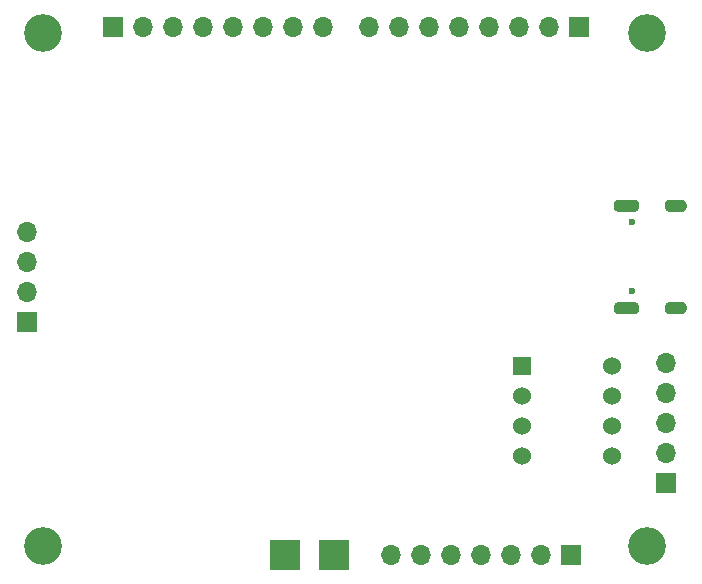
<source format=gbr>
%TF.GenerationSoftware,KiCad,Pcbnew,8.0.1*%
%TF.CreationDate,2024-07-28T14:25:14-07:00*%
%TF.ProjectId,RCS_Hardware,5243535f-4861-4726-9477-6172652e6b69,rev?*%
%TF.SameCoordinates,Original*%
%TF.FileFunction,Soldermask,Bot*%
%TF.FilePolarity,Negative*%
%FSLAX46Y46*%
G04 Gerber Fmt 4.6, Leading zero omitted, Abs format (unit mm)*
G04 Created by KiCad (PCBNEW 8.0.1) date 2024-07-28 14:25:14*
%MOMM*%
%LPD*%
G01*
G04 APERTURE LIST*
%ADD10C,0.010000*%
%ADD11R,2.500000X2.500000*%
%ADD12R,1.524000X1.524000*%
%ADD13C,1.524000*%
%ADD14C,3.200000*%
%ADD15C,0.600000*%
%ADD16R,1.700000X1.700000*%
%ADD17O,1.700000X1.700000*%
G04 APERTURE END LIST*
D10*
%TO.C,J2*%
X159926000Y-93876000D02*
X159952000Y-93878000D01*
X159978000Y-93881000D01*
X160004000Y-93886000D01*
X160029000Y-93892000D01*
X160055000Y-93899000D01*
X160079000Y-93908000D01*
X160103000Y-93918000D01*
X160127000Y-93929000D01*
X160150000Y-93942000D01*
X160172000Y-93956000D01*
X160194000Y-93970000D01*
X160215000Y-93986000D01*
X160235000Y-94003000D01*
X160254000Y-94021000D01*
X160272000Y-94040000D01*
X160289000Y-94060000D01*
X160305000Y-94081000D01*
X160319000Y-94103000D01*
X160333000Y-94125000D01*
X160346000Y-94148000D01*
X160357000Y-94172000D01*
X160367000Y-94196000D01*
X160376000Y-94220000D01*
X160383000Y-94246000D01*
X160389000Y-94271000D01*
X160394000Y-94297000D01*
X160397000Y-94323000D01*
X160399000Y-94349000D01*
X160400000Y-94375000D01*
X160399000Y-94401000D01*
X160397000Y-94427000D01*
X160394000Y-94453000D01*
X160389000Y-94479000D01*
X160383000Y-94504000D01*
X160376000Y-94530000D01*
X160367000Y-94554000D01*
X160357000Y-94578000D01*
X160346000Y-94602000D01*
X160333000Y-94625000D01*
X160319000Y-94647000D01*
X160305000Y-94669000D01*
X160289000Y-94690000D01*
X160272000Y-94710000D01*
X160254000Y-94729000D01*
X160235000Y-94747000D01*
X160215000Y-94764000D01*
X160194000Y-94780000D01*
X160172000Y-94794000D01*
X160150000Y-94808000D01*
X160127000Y-94821000D01*
X160103000Y-94832000D01*
X160079000Y-94842000D01*
X160055000Y-94851000D01*
X160029000Y-94858000D01*
X160004000Y-94864000D01*
X159978000Y-94869000D01*
X159952000Y-94872000D01*
X159926000Y-94874000D01*
X159900000Y-94875000D01*
X159100000Y-94875000D01*
X159074000Y-94874000D01*
X159048000Y-94872000D01*
X159022000Y-94869000D01*
X158996000Y-94864000D01*
X158971000Y-94858000D01*
X158945000Y-94851000D01*
X158921000Y-94842000D01*
X158897000Y-94832000D01*
X158873000Y-94821000D01*
X158850000Y-94808000D01*
X158828000Y-94794000D01*
X158806000Y-94780000D01*
X158785000Y-94764000D01*
X158765000Y-94747000D01*
X158746000Y-94729000D01*
X158728000Y-94710000D01*
X158711000Y-94690000D01*
X158695000Y-94669000D01*
X158681000Y-94647000D01*
X158667000Y-94625000D01*
X158654000Y-94602000D01*
X158643000Y-94578000D01*
X158633000Y-94554000D01*
X158624000Y-94530000D01*
X158617000Y-94504000D01*
X158611000Y-94479000D01*
X158606000Y-94453000D01*
X158603000Y-94427000D01*
X158601000Y-94401000D01*
X158600000Y-94375000D01*
X158601000Y-94349000D01*
X158603000Y-94323000D01*
X158606000Y-94297000D01*
X158611000Y-94271000D01*
X158617000Y-94246000D01*
X158624000Y-94220000D01*
X158633000Y-94196000D01*
X158643000Y-94172000D01*
X158654000Y-94148000D01*
X158667000Y-94125000D01*
X158681000Y-94103000D01*
X158695000Y-94081000D01*
X158711000Y-94060000D01*
X158728000Y-94040000D01*
X158746000Y-94021000D01*
X158765000Y-94003000D01*
X158785000Y-93986000D01*
X158806000Y-93970000D01*
X158828000Y-93956000D01*
X158850000Y-93942000D01*
X158873000Y-93929000D01*
X158897000Y-93918000D01*
X158921000Y-93908000D01*
X158945000Y-93899000D01*
X158971000Y-93892000D01*
X158996000Y-93886000D01*
X159022000Y-93881000D01*
X159048000Y-93878000D01*
X159074000Y-93876000D01*
X159100000Y-93875000D01*
X159900000Y-93875000D01*
X159926000Y-93876000D01*
G36*
X159926000Y-93876000D02*
G01*
X159952000Y-93878000D01*
X159978000Y-93881000D01*
X160004000Y-93886000D01*
X160029000Y-93892000D01*
X160055000Y-93899000D01*
X160079000Y-93908000D01*
X160103000Y-93918000D01*
X160127000Y-93929000D01*
X160150000Y-93942000D01*
X160172000Y-93956000D01*
X160194000Y-93970000D01*
X160215000Y-93986000D01*
X160235000Y-94003000D01*
X160254000Y-94021000D01*
X160272000Y-94040000D01*
X160289000Y-94060000D01*
X160305000Y-94081000D01*
X160319000Y-94103000D01*
X160333000Y-94125000D01*
X160346000Y-94148000D01*
X160357000Y-94172000D01*
X160367000Y-94196000D01*
X160376000Y-94220000D01*
X160383000Y-94246000D01*
X160389000Y-94271000D01*
X160394000Y-94297000D01*
X160397000Y-94323000D01*
X160399000Y-94349000D01*
X160400000Y-94375000D01*
X160399000Y-94401000D01*
X160397000Y-94427000D01*
X160394000Y-94453000D01*
X160389000Y-94479000D01*
X160383000Y-94504000D01*
X160376000Y-94530000D01*
X160367000Y-94554000D01*
X160357000Y-94578000D01*
X160346000Y-94602000D01*
X160333000Y-94625000D01*
X160319000Y-94647000D01*
X160305000Y-94669000D01*
X160289000Y-94690000D01*
X160272000Y-94710000D01*
X160254000Y-94729000D01*
X160235000Y-94747000D01*
X160215000Y-94764000D01*
X160194000Y-94780000D01*
X160172000Y-94794000D01*
X160150000Y-94808000D01*
X160127000Y-94821000D01*
X160103000Y-94832000D01*
X160079000Y-94842000D01*
X160055000Y-94851000D01*
X160029000Y-94858000D01*
X160004000Y-94864000D01*
X159978000Y-94869000D01*
X159952000Y-94872000D01*
X159926000Y-94874000D01*
X159900000Y-94875000D01*
X159100000Y-94875000D01*
X159074000Y-94874000D01*
X159048000Y-94872000D01*
X159022000Y-94869000D01*
X158996000Y-94864000D01*
X158971000Y-94858000D01*
X158945000Y-94851000D01*
X158921000Y-94842000D01*
X158897000Y-94832000D01*
X158873000Y-94821000D01*
X158850000Y-94808000D01*
X158828000Y-94794000D01*
X158806000Y-94780000D01*
X158785000Y-94764000D01*
X158765000Y-94747000D01*
X158746000Y-94729000D01*
X158728000Y-94710000D01*
X158711000Y-94690000D01*
X158695000Y-94669000D01*
X158681000Y-94647000D01*
X158667000Y-94625000D01*
X158654000Y-94602000D01*
X158643000Y-94578000D01*
X158633000Y-94554000D01*
X158624000Y-94530000D01*
X158617000Y-94504000D01*
X158611000Y-94479000D01*
X158606000Y-94453000D01*
X158603000Y-94427000D01*
X158601000Y-94401000D01*
X158600000Y-94375000D01*
X158601000Y-94349000D01*
X158603000Y-94323000D01*
X158606000Y-94297000D01*
X158611000Y-94271000D01*
X158617000Y-94246000D01*
X158624000Y-94220000D01*
X158633000Y-94196000D01*
X158643000Y-94172000D01*
X158654000Y-94148000D01*
X158667000Y-94125000D01*
X158681000Y-94103000D01*
X158695000Y-94081000D01*
X158711000Y-94060000D01*
X158728000Y-94040000D01*
X158746000Y-94021000D01*
X158765000Y-94003000D01*
X158785000Y-93986000D01*
X158806000Y-93970000D01*
X158828000Y-93956000D01*
X158850000Y-93942000D01*
X158873000Y-93929000D01*
X158897000Y-93918000D01*
X158921000Y-93908000D01*
X158945000Y-93899000D01*
X158971000Y-93892000D01*
X158996000Y-93886000D01*
X159022000Y-93881000D01*
X159048000Y-93878000D01*
X159074000Y-93876000D01*
X159100000Y-93875000D01*
X159900000Y-93875000D01*
X159926000Y-93876000D01*
G37*
X155906000Y-93876000D02*
X155932000Y-93878000D01*
X155958000Y-93881000D01*
X155984000Y-93886000D01*
X156009000Y-93892000D01*
X156035000Y-93899000D01*
X156059000Y-93908000D01*
X156083000Y-93918000D01*
X156107000Y-93929000D01*
X156130000Y-93942000D01*
X156152000Y-93956000D01*
X156174000Y-93970000D01*
X156195000Y-93986000D01*
X156215000Y-94003000D01*
X156234000Y-94021000D01*
X156252000Y-94040000D01*
X156269000Y-94060000D01*
X156285000Y-94081000D01*
X156299000Y-94103000D01*
X156313000Y-94125000D01*
X156326000Y-94148000D01*
X156337000Y-94172000D01*
X156347000Y-94196000D01*
X156356000Y-94220000D01*
X156363000Y-94246000D01*
X156369000Y-94271000D01*
X156374000Y-94297000D01*
X156377000Y-94323000D01*
X156379000Y-94349000D01*
X156380000Y-94375000D01*
X156379000Y-94405000D01*
X156376000Y-94432000D01*
X156372000Y-94458000D01*
X156367000Y-94484000D01*
X156360000Y-94509000D01*
X156353000Y-94534000D01*
X156343000Y-94559000D01*
X156333000Y-94583000D01*
X156321000Y-94607000D01*
X156308000Y-94630000D01*
X156294000Y-94652000D01*
X156278000Y-94674000D01*
X156262000Y-94695000D01*
X156244000Y-94714000D01*
X156226000Y-94733000D01*
X156206000Y-94751000D01*
X156186000Y-94768000D01*
X156165000Y-94784000D01*
X156143000Y-94798000D01*
X156120000Y-94812000D01*
X156096000Y-94824000D01*
X156072000Y-94835000D01*
X156048000Y-94845000D01*
X156023000Y-94853000D01*
X155997000Y-94860000D01*
X155971000Y-94866000D01*
X155945000Y-94870000D01*
X155919000Y-94873000D01*
X155893000Y-94875000D01*
X155870000Y-94875000D01*
X154770000Y-94875000D01*
X154740000Y-94874000D01*
X154715000Y-94871000D01*
X154689000Y-94868000D01*
X154664000Y-94862000D01*
X154639000Y-94856000D01*
X154614000Y-94848000D01*
X154590000Y-94839000D01*
X154566000Y-94829000D01*
X154543000Y-94817000D01*
X154520000Y-94804000D01*
X154498000Y-94790000D01*
X154477000Y-94775000D01*
X154457000Y-94759000D01*
X154437000Y-94742000D01*
X154419000Y-94724000D01*
X154401000Y-94705000D01*
X154385000Y-94685000D01*
X154369000Y-94664000D01*
X154355000Y-94642000D01*
X154342000Y-94620000D01*
X154330000Y-94597000D01*
X154319000Y-94573000D01*
X154310000Y-94549000D01*
X154302000Y-94525000D01*
X154295000Y-94500000D01*
X154289000Y-94474000D01*
X154285000Y-94449000D01*
X154282000Y-94423000D01*
X154280000Y-94397000D01*
X154280000Y-94375000D01*
X154281000Y-94349000D01*
X154283000Y-94323000D01*
X154286000Y-94297000D01*
X154291000Y-94271000D01*
X154297000Y-94246000D01*
X154304000Y-94220000D01*
X154313000Y-94196000D01*
X154323000Y-94172000D01*
X154334000Y-94148000D01*
X154347000Y-94125000D01*
X154361000Y-94103000D01*
X154375000Y-94081000D01*
X154391000Y-94060000D01*
X154408000Y-94040000D01*
X154426000Y-94021000D01*
X154445000Y-94003000D01*
X154465000Y-93986000D01*
X154486000Y-93970000D01*
X154508000Y-93956000D01*
X154530000Y-93942000D01*
X154553000Y-93929000D01*
X154577000Y-93918000D01*
X154601000Y-93908000D01*
X154625000Y-93899000D01*
X154651000Y-93892000D01*
X154676000Y-93886000D01*
X154702000Y-93881000D01*
X154728000Y-93878000D01*
X154754000Y-93876000D01*
X154780000Y-93875000D01*
X155880000Y-93875000D01*
X155906000Y-93876000D01*
G36*
X155906000Y-93876000D02*
G01*
X155932000Y-93878000D01*
X155958000Y-93881000D01*
X155984000Y-93886000D01*
X156009000Y-93892000D01*
X156035000Y-93899000D01*
X156059000Y-93908000D01*
X156083000Y-93918000D01*
X156107000Y-93929000D01*
X156130000Y-93942000D01*
X156152000Y-93956000D01*
X156174000Y-93970000D01*
X156195000Y-93986000D01*
X156215000Y-94003000D01*
X156234000Y-94021000D01*
X156252000Y-94040000D01*
X156269000Y-94060000D01*
X156285000Y-94081000D01*
X156299000Y-94103000D01*
X156313000Y-94125000D01*
X156326000Y-94148000D01*
X156337000Y-94172000D01*
X156347000Y-94196000D01*
X156356000Y-94220000D01*
X156363000Y-94246000D01*
X156369000Y-94271000D01*
X156374000Y-94297000D01*
X156377000Y-94323000D01*
X156379000Y-94349000D01*
X156380000Y-94375000D01*
X156379000Y-94405000D01*
X156376000Y-94432000D01*
X156372000Y-94458000D01*
X156367000Y-94484000D01*
X156360000Y-94509000D01*
X156353000Y-94534000D01*
X156343000Y-94559000D01*
X156333000Y-94583000D01*
X156321000Y-94607000D01*
X156308000Y-94630000D01*
X156294000Y-94652000D01*
X156278000Y-94674000D01*
X156262000Y-94695000D01*
X156244000Y-94714000D01*
X156226000Y-94733000D01*
X156206000Y-94751000D01*
X156186000Y-94768000D01*
X156165000Y-94784000D01*
X156143000Y-94798000D01*
X156120000Y-94812000D01*
X156096000Y-94824000D01*
X156072000Y-94835000D01*
X156048000Y-94845000D01*
X156023000Y-94853000D01*
X155997000Y-94860000D01*
X155971000Y-94866000D01*
X155945000Y-94870000D01*
X155919000Y-94873000D01*
X155893000Y-94875000D01*
X155870000Y-94875000D01*
X154770000Y-94875000D01*
X154740000Y-94874000D01*
X154715000Y-94871000D01*
X154689000Y-94868000D01*
X154664000Y-94862000D01*
X154639000Y-94856000D01*
X154614000Y-94848000D01*
X154590000Y-94839000D01*
X154566000Y-94829000D01*
X154543000Y-94817000D01*
X154520000Y-94804000D01*
X154498000Y-94790000D01*
X154477000Y-94775000D01*
X154457000Y-94759000D01*
X154437000Y-94742000D01*
X154419000Y-94724000D01*
X154401000Y-94705000D01*
X154385000Y-94685000D01*
X154369000Y-94664000D01*
X154355000Y-94642000D01*
X154342000Y-94620000D01*
X154330000Y-94597000D01*
X154319000Y-94573000D01*
X154310000Y-94549000D01*
X154302000Y-94525000D01*
X154295000Y-94500000D01*
X154289000Y-94474000D01*
X154285000Y-94449000D01*
X154282000Y-94423000D01*
X154280000Y-94397000D01*
X154280000Y-94375000D01*
X154281000Y-94349000D01*
X154283000Y-94323000D01*
X154286000Y-94297000D01*
X154291000Y-94271000D01*
X154297000Y-94246000D01*
X154304000Y-94220000D01*
X154313000Y-94196000D01*
X154323000Y-94172000D01*
X154334000Y-94148000D01*
X154347000Y-94125000D01*
X154361000Y-94103000D01*
X154375000Y-94081000D01*
X154391000Y-94060000D01*
X154408000Y-94040000D01*
X154426000Y-94021000D01*
X154445000Y-94003000D01*
X154465000Y-93986000D01*
X154486000Y-93970000D01*
X154508000Y-93956000D01*
X154530000Y-93942000D01*
X154553000Y-93929000D01*
X154577000Y-93918000D01*
X154601000Y-93908000D01*
X154625000Y-93899000D01*
X154651000Y-93892000D01*
X154676000Y-93886000D01*
X154702000Y-93881000D01*
X154728000Y-93878000D01*
X154754000Y-93876000D01*
X154780000Y-93875000D01*
X155880000Y-93875000D01*
X155906000Y-93876000D01*
G37*
X159926000Y-102526000D02*
X159952000Y-102528000D01*
X159978000Y-102531000D01*
X160004000Y-102536000D01*
X160029000Y-102542000D01*
X160055000Y-102549000D01*
X160079000Y-102558000D01*
X160103000Y-102568000D01*
X160127000Y-102579000D01*
X160150000Y-102592000D01*
X160172000Y-102606000D01*
X160194000Y-102620000D01*
X160215000Y-102636000D01*
X160235000Y-102653000D01*
X160254000Y-102671000D01*
X160272000Y-102690000D01*
X160289000Y-102710000D01*
X160305000Y-102731000D01*
X160319000Y-102753000D01*
X160333000Y-102775000D01*
X160346000Y-102798000D01*
X160357000Y-102822000D01*
X160367000Y-102846000D01*
X160376000Y-102870000D01*
X160383000Y-102896000D01*
X160389000Y-102921000D01*
X160394000Y-102947000D01*
X160397000Y-102973000D01*
X160399000Y-102999000D01*
X160400000Y-103025000D01*
X160399000Y-103051000D01*
X160397000Y-103077000D01*
X160394000Y-103103000D01*
X160389000Y-103129000D01*
X160383000Y-103154000D01*
X160376000Y-103180000D01*
X160367000Y-103204000D01*
X160357000Y-103228000D01*
X160346000Y-103252000D01*
X160333000Y-103275000D01*
X160319000Y-103297000D01*
X160305000Y-103319000D01*
X160289000Y-103340000D01*
X160272000Y-103360000D01*
X160254000Y-103379000D01*
X160235000Y-103397000D01*
X160215000Y-103414000D01*
X160194000Y-103430000D01*
X160172000Y-103444000D01*
X160150000Y-103458000D01*
X160127000Y-103471000D01*
X160103000Y-103482000D01*
X160079000Y-103492000D01*
X160055000Y-103501000D01*
X160029000Y-103508000D01*
X160004000Y-103514000D01*
X159978000Y-103519000D01*
X159952000Y-103522000D01*
X159926000Y-103524000D01*
X159900000Y-103525000D01*
X159100000Y-103525000D01*
X159074000Y-103524000D01*
X159048000Y-103522000D01*
X159022000Y-103519000D01*
X158996000Y-103514000D01*
X158971000Y-103508000D01*
X158945000Y-103501000D01*
X158921000Y-103492000D01*
X158897000Y-103482000D01*
X158873000Y-103471000D01*
X158850000Y-103458000D01*
X158828000Y-103444000D01*
X158806000Y-103430000D01*
X158785000Y-103414000D01*
X158765000Y-103397000D01*
X158746000Y-103379000D01*
X158728000Y-103360000D01*
X158711000Y-103340000D01*
X158695000Y-103319000D01*
X158681000Y-103297000D01*
X158667000Y-103275000D01*
X158654000Y-103252000D01*
X158643000Y-103228000D01*
X158633000Y-103204000D01*
X158624000Y-103180000D01*
X158617000Y-103154000D01*
X158611000Y-103129000D01*
X158606000Y-103103000D01*
X158603000Y-103077000D01*
X158601000Y-103051000D01*
X158600000Y-103025000D01*
X158601000Y-102999000D01*
X158603000Y-102973000D01*
X158606000Y-102947000D01*
X158611000Y-102921000D01*
X158617000Y-102896000D01*
X158624000Y-102870000D01*
X158633000Y-102846000D01*
X158643000Y-102822000D01*
X158654000Y-102798000D01*
X158667000Y-102775000D01*
X158681000Y-102753000D01*
X158695000Y-102731000D01*
X158711000Y-102710000D01*
X158728000Y-102690000D01*
X158746000Y-102671000D01*
X158765000Y-102653000D01*
X158785000Y-102636000D01*
X158806000Y-102620000D01*
X158828000Y-102606000D01*
X158850000Y-102592000D01*
X158873000Y-102579000D01*
X158897000Y-102568000D01*
X158921000Y-102558000D01*
X158945000Y-102549000D01*
X158971000Y-102542000D01*
X158996000Y-102536000D01*
X159022000Y-102531000D01*
X159048000Y-102528000D01*
X159074000Y-102526000D01*
X159100000Y-102525000D01*
X159900000Y-102525000D01*
X159926000Y-102526000D01*
G36*
X159926000Y-102526000D02*
G01*
X159952000Y-102528000D01*
X159978000Y-102531000D01*
X160004000Y-102536000D01*
X160029000Y-102542000D01*
X160055000Y-102549000D01*
X160079000Y-102558000D01*
X160103000Y-102568000D01*
X160127000Y-102579000D01*
X160150000Y-102592000D01*
X160172000Y-102606000D01*
X160194000Y-102620000D01*
X160215000Y-102636000D01*
X160235000Y-102653000D01*
X160254000Y-102671000D01*
X160272000Y-102690000D01*
X160289000Y-102710000D01*
X160305000Y-102731000D01*
X160319000Y-102753000D01*
X160333000Y-102775000D01*
X160346000Y-102798000D01*
X160357000Y-102822000D01*
X160367000Y-102846000D01*
X160376000Y-102870000D01*
X160383000Y-102896000D01*
X160389000Y-102921000D01*
X160394000Y-102947000D01*
X160397000Y-102973000D01*
X160399000Y-102999000D01*
X160400000Y-103025000D01*
X160399000Y-103051000D01*
X160397000Y-103077000D01*
X160394000Y-103103000D01*
X160389000Y-103129000D01*
X160383000Y-103154000D01*
X160376000Y-103180000D01*
X160367000Y-103204000D01*
X160357000Y-103228000D01*
X160346000Y-103252000D01*
X160333000Y-103275000D01*
X160319000Y-103297000D01*
X160305000Y-103319000D01*
X160289000Y-103340000D01*
X160272000Y-103360000D01*
X160254000Y-103379000D01*
X160235000Y-103397000D01*
X160215000Y-103414000D01*
X160194000Y-103430000D01*
X160172000Y-103444000D01*
X160150000Y-103458000D01*
X160127000Y-103471000D01*
X160103000Y-103482000D01*
X160079000Y-103492000D01*
X160055000Y-103501000D01*
X160029000Y-103508000D01*
X160004000Y-103514000D01*
X159978000Y-103519000D01*
X159952000Y-103522000D01*
X159926000Y-103524000D01*
X159900000Y-103525000D01*
X159100000Y-103525000D01*
X159074000Y-103524000D01*
X159048000Y-103522000D01*
X159022000Y-103519000D01*
X158996000Y-103514000D01*
X158971000Y-103508000D01*
X158945000Y-103501000D01*
X158921000Y-103492000D01*
X158897000Y-103482000D01*
X158873000Y-103471000D01*
X158850000Y-103458000D01*
X158828000Y-103444000D01*
X158806000Y-103430000D01*
X158785000Y-103414000D01*
X158765000Y-103397000D01*
X158746000Y-103379000D01*
X158728000Y-103360000D01*
X158711000Y-103340000D01*
X158695000Y-103319000D01*
X158681000Y-103297000D01*
X158667000Y-103275000D01*
X158654000Y-103252000D01*
X158643000Y-103228000D01*
X158633000Y-103204000D01*
X158624000Y-103180000D01*
X158617000Y-103154000D01*
X158611000Y-103129000D01*
X158606000Y-103103000D01*
X158603000Y-103077000D01*
X158601000Y-103051000D01*
X158600000Y-103025000D01*
X158601000Y-102999000D01*
X158603000Y-102973000D01*
X158606000Y-102947000D01*
X158611000Y-102921000D01*
X158617000Y-102896000D01*
X158624000Y-102870000D01*
X158633000Y-102846000D01*
X158643000Y-102822000D01*
X158654000Y-102798000D01*
X158667000Y-102775000D01*
X158681000Y-102753000D01*
X158695000Y-102731000D01*
X158711000Y-102710000D01*
X158728000Y-102690000D01*
X158746000Y-102671000D01*
X158765000Y-102653000D01*
X158785000Y-102636000D01*
X158806000Y-102620000D01*
X158828000Y-102606000D01*
X158850000Y-102592000D01*
X158873000Y-102579000D01*
X158897000Y-102568000D01*
X158921000Y-102558000D01*
X158945000Y-102549000D01*
X158971000Y-102542000D01*
X158996000Y-102536000D01*
X159022000Y-102531000D01*
X159048000Y-102528000D01*
X159074000Y-102526000D01*
X159100000Y-102525000D01*
X159900000Y-102525000D01*
X159926000Y-102526000D01*
G37*
X155906000Y-102526000D02*
X155932000Y-102528000D01*
X155958000Y-102531000D01*
X155984000Y-102536000D01*
X156009000Y-102542000D01*
X156035000Y-102549000D01*
X156059000Y-102558000D01*
X156083000Y-102568000D01*
X156107000Y-102579000D01*
X156130000Y-102592000D01*
X156152000Y-102606000D01*
X156174000Y-102620000D01*
X156195000Y-102636000D01*
X156215000Y-102653000D01*
X156234000Y-102671000D01*
X156252000Y-102690000D01*
X156269000Y-102710000D01*
X156285000Y-102731000D01*
X156299000Y-102753000D01*
X156313000Y-102775000D01*
X156326000Y-102798000D01*
X156337000Y-102822000D01*
X156347000Y-102846000D01*
X156356000Y-102870000D01*
X156363000Y-102896000D01*
X156369000Y-102921000D01*
X156374000Y-102947000D01*
X156377000Y-102973000D01*
X156379000Y-102999000D01*
X156380000Y-103025000D01*
X156379000Y-103051000D01*
X156377000Y-103077000D01*
X156374000Y-103103000D01*
X156369000Y-103129000D01*
X156363000Y-103154000D01*
X156356000Y-103180000D01*
X156347000Y-103204000D01*
X156337000Y-103228000D01*
X156326000Y-103252000D01*
X156313000Y-103275000D01*
X156299000Y-103297000D01*
X156285000Y-103319000D01*
X156269000Y-103340000D01*
X156252000Y-103360000D01*
X156234000Y-103379000D01*
X156215000Y-103397000D01*
X156195000Y-103414000D01*
X156174000Y-103430000D01*
X156152000Y-103444000D01*
X156130000Y-103458000D01*
X156107000Y-103471000D01*
X156083000Y-103482000D01*
X156059000Y-103492000D01*
X156035000Y-103501000D01*
X156009000Y-103508000D01*
X155984000Y-103514000D01*
X155958000Y-103519000D01*
X155932000Y-103522000D01*
X155906000Y-103524000D01*
X155880000Y-103525000D01*
X154780000Y-103525000D01*
X154754000Y-103524000D01*
X154728000Y-103522000D01*
X154702000Y-103519000D01*
X154676000Y-103514000D01*
X154651000Y-103508000D01*
X154625000Y-103501000D01*
X154601000Y-103492000D01*
X154577000Y-103482000D01*
X154553000Y-103471000D01*
X154530000Y-103458000D01*
X154508000Y-103444000D01*
X154486000Y-103430000D01*
X154465000Y-103414000D01*
X154445000Y-103397000D01*
X154426000Y-103379000D01*
X154408000Y-103360000D01*
X154391000Y-103340000D01*
X154375000Y-103319000D01*
X154361000Y-103297000D01*
X154347000Y-103275000D01*
X154334000Y-103252000D01*
X154323000Y-103228000D01*
X154313000Y-103204000D01*
X154304000Y-103180000D01*
X154297000Y-103154000D01*
X154291000Y-103129000D01*
X154286000Y-103103000D01*
X154283000Y-103077000D01*
X154281000Y-103051000D01*
X154280000Y-103025000D01*
X154281000Y-102999000D01*
X154283000Y-102973000D01*
X154286000Y-102947000D01*
X154291000Y-102921000D01*
X154297000Y-102896000D01*
X154304000Y-102870000D01*
X154313000Y-102846000D01*
X154323000Y-102822000D01*
X154334000Y-102798000D01*
X154347000Y-102775000D01*
X154361000Y-102753000D01*
X154375000Y-102731000D01*
X154391000Y-102710000D01*
X154408000Y-102690000D01*
X154426000Y-102671000D01*
X154445000Y-102653000D01*
X154465000Y-102636000D01*
X154486000Y-102620000D01*
X154508000Y-102606000D01*
X154530000Y-102592000D01*
X154553000Y-102579000D01*
X154577000Y-102568000D01*
X154601000Y-102558000D01*
X154625000Y-102549000D01*
X154651000Y-102542000D01*
X154676000Y-102536000D01*
X154702000Y-102531000D01*
X154728000Y-102528000D01*
X154754000Y-102526000D01*
X154780000Y-102525000D01*
X155880000Y-102525000D01*
X155906000Y-102526000D01*
G36*
X155906000Y-102526000D02*
G01*
X155932000Y-102528000D01*
X155958000Y-102531000D01*
X155984000Y-102536000D01*
X156009000Y-102542000D01*
X156035000Y-102549000D01*
X156059000Y-102558000D01*
X156083000Y-102568000D01*
X156107000Y-102579000D01*
X156130000Y-102592000D01*
X156152000Y-102606000D01*
X156174000Y-102620000D01*
X156195000Y-102636000D01*
X156215000Y-102653000D01*
X156234000Y-102671000D01*
X156252000Y-102690000D01*
X156269000Y-102710000D01*
X156285000Y-102731000D01*
X156299000Y-102753000D01*
X156313000Y-102775000D01*
X156326000Y-102798000D01*
X156337000Y-102822000D01*
X156347000Y-102846000D01*
X156356000Y-102870000D01*
X156363000Y-102896000D01*
X156369000Y-102921000D01*
X156374000Y-102947000D01*
X156377000Y-102973000D01*
X156379000Y-102999000D01*
X156380000Y-103025000D01*
X156379000Y-103051000D01*
X156377000Y-103077000D01*
X156374000Y-103103000D01*
X156369000Y-103129000D01*
X156363000Y-103154000D01*
X156356000Y-103180000D01*
X156347000Y-103204000D01*
X156337000Y-103228000D01*
X156326000Y-103252000D01*
X156313000Y-103275000D01*
X156299000Y-103297000D01*
X156285000Y-103319000D01*
X156269000Y-103340000D01*
X156252000Y-103360000D01*
X156234000Y-103379000D01*
X156215000Y-103397000D01*
X156195000Y-103414000D01*
X156174000Y-103430000D01*
X156152000Y-103444000D01*
X156130000Y-103458000D01*
X156107000Y-103471000D01*
X156083000Y-103482000D01*
X156059000Y-103492000D01*
X156035000Y-103501000D01*
X156009000Y-103508000D01*
X155984000Y-103514000D01*
X155958000Y-103519000D01*
X155932000Y-103522000D01*
X155906000Y-103524000D01*
X155880000Y-103525000D01*
X154780000Y-103525000D01*
X154754000Y-103524000D01*
X154728000Y-103522000D01*
X154702000Y-103519000D01*
X154676000Y-103514000D01*
X154651000Y-103508000D01*
X154625000Y-103501000D01*
X154601000Y-103492000D01*
X154577000Y-103482000D01*
X154553000Y-103471000D01*
X154530000Y-103458000D01*
X154508000Y-103444000D01*
X154486000Y-103430000D01*
X154465000Y-103414000D01*
X154445000Y-103397000D01*
X154426000Y-103379000D01*
X154408000Y-103360000D01*
X154391000Y-103340000D01*
X154375000Y-103319000D01*
X154361000Y-103297000D01*
X154347000Y-103275000D01*
X154334000Y-103252000D01*
X154323000Y-103228000D01*
X154313000Y-103204000D01*
X154304000Y-103180000D01*
X154297000Y-103154000D01*
X154291000Y-103129000D01*
X154286000Y-103103000D01*
X154283000Y-103077000D01*
X154281000Y-103051000D01*
X154280000Y-103025000D01*
X154281000Y-102999000D01*
X154283000Y-102973000D01*
X154286000Y-102947000D01*
X154291000Y-102921000D01*
X154297000Y-102896000D01*
X154304000Y-102870000D01*
X154313000Y-102846000D01*
X154323000Y-102822000D01*
X154334000Y-102798000D01*
X154347000Y-102775000D01*
X154361000Y-102753000D01*
X154375000Y-102731000D01*
X154391000Y-102710000D01*
X154408000Y-102690000D01*
X154426000Y-102671000D01*
X154445000Y-102653000D01*
X154465000Y-102636000D01*
X154486000Y-102620000D01*
X154508000Y-102606000D01*
X154530000Y-102592000D01*
X154553000Y-102579000D01*
X154577000Y-102568000D01*
X154601000Y-102558000D01*
X154625000Y-102549000D01*
X154651000Y-102542000D01*
X154676000Y-102536000D01*
X154702000Y-102531000D01*
X154728000Y-102528000D01*
X154754000Y-102526000D01*
X154780000Y-102525000D01*
X155880000Y-102525000D01*
X155906000Y-102526000D01*
G37*
%TD*%
D11*
%TO.C,Power*%
X130600000Y-124000000D03*
%TD*%
D12*
%TO.C,LTC*%
X146558000Y-107950000D03*
D13*
X146558000Y-110490000D03*
X146558000Y-113030000D03*
X146558000Y-115570000D03*
X154178000Y-115570000D03*
X154178000Y-113030000D03*
X154178000Y-110490000D03*
X154178000Y-107950000D03*
%TD*%
D11*
%TO.C,J4*%
X126444000Y-124000000D03*
%TD*%
D14*
%TO.C,H4*%
X157150000Y-123190000D03*
%TD*%
D15*
%TO.C,J2*%
X155820000Y-95810000D03*
X155820000Y-101590000D03*
%TD*%
D16*
%TO.C,Flash*%
X104600000Y-104240000D03*
D17*
X104600000Y-101700000D03*
X104600000Y-99160000D03*
X104600000Y-96620000D03*
%TD*%
D16*
%TO.C,J8*%
X158750000Y-117856000D03*
D17*
X158750000Y-115316000D03*
X158750000Y-112776000D03*
X158750000Y-110236000D03*
X158750000Y-107696000D03*
%TD*%
D16*
%TO.C,Solenoids*%
X150672800Y-124000000D03*
D17*
X148132800Y-124000000D03*
X145592800Y-124000000D03*
X143052800Y-124000000D03*
X140512800Y-124000000D03*
X137972800Y-124000000D03*
X135432800Y-124000000D03*
%TD*%
D14*
%TO.C,H1*%
X105970000Y-79750000D03*
%TD*%
D16*
%TO.C,SPI2*%
X151325400Y-79248000D03*
D17*
X148785400Y-79248000D03*
X146245400Y-79248000D03*
X143705400Y-79248000D03*
X141165400Y-79248000D03*
X138625400Y-79248000D03*
X136085400Y-79248000D03*
X133545400Y-79248000D03*
%TD*%
D14*
%TO.C,H2*%
X157150000Y-79750000D03*
%TD*%
D16*
%TO.C,SPI1*%
X111887000Y-79248000D03*
D17*
X114427000Y-79248000D03*
X116967000Y-79248000D03*
X119507000Y-79248000D03*
X122047000Y-79248000D03*
X124587000Y-79248000D03*
X127127000Y-79248000D03*
X129667000Y-79248000D03*
%TD*%
D14*
%TO.C,H3*%
X105975000Y-123240000D03*
%TD*%
M02*

</source>
